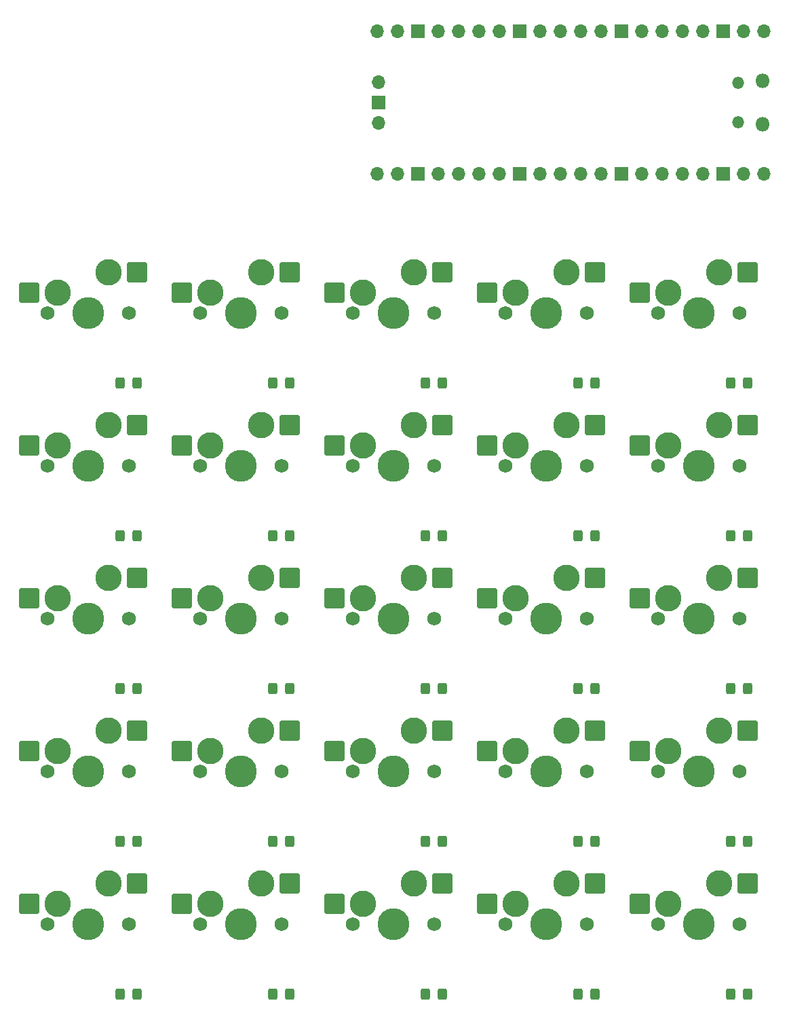
<source format=gbr>
%TF.GenerationSoftware,KiCad,Pcbnew,7.0.1*%
%TF.CreationDate,2023-04-16T00:18:29-05:00*%
%TF.ProjectId,5x5 Macro Pad,35783520-4d61-4637-926f-205061642e6b,rev?*%
%TF.SameCoordinates,Original*%
%TF.FileFunction,Soldermask,Bot*%
%TF.FilePolarity,Negative*%
%FSLAX46Y46*%
G04 Gerber Fmt 4.6, Leading zero omitted, Abs format (unit mm)*
G04 Created by KiCad (PCBNEW 7.0.1) date 2023-04-16 00:18:29*
%MOMM*%
%LPD*%
G01*
G04 APERTURE LIST*
G04 Aperture macros list*
%AMRoundRect*
0 Rectangle with rounded corners*
0 $1 Rounding radius*
0 $2 $3 $4 $5 $6 $7 $8 $9 X,Y pos of 4 corners*
0 Add a 4 corners polygon primitive as box body*
4,1,4,$2,$3,$4,$5,$6,$7,$8,$9,$2,$3,0*
0 Add four circle primitives for the rounded corners*
1,1,$1+$1,$2,$3*
1,1,$1+$1,$4,$5*
1,1,$1+$1,$6,$7*
1,1,$1+$1,$8,$9*
0 Add four rect primitives between the rounded corners*
20,1,$1+$1,$2,$3,$4,$5,0*
20,1,$1+$1,$4,$5,$6,$7,0*
20,1,$1+$1,$6,$7,$8,$9,0*
20,1,$1+$1,$8,$9,$2,$3,0*%
G04 Aperture macros list end*
%ADD10RoundRect,0.250000X-0.325000X-0.450000X0.325000X-0.450000X0.325000X0.450000X-0.325000X0.450000X0*%
%ADD11C,1.750000*%
%ADD12C,3.987800*%
%ADD13C,3.300000*%
%ADD14RoundRect,0.250000X1.025000X1.000000X-1.025000X1.000000X-1.025000X-1.000000X1.025000X-1.000000X0*%
%ADD15O,1.700000X1.700000*%
%ADD16R,1.700000X1.700000*%
%ADD17O,1.800000X1.800000*%
%ADD18O,1.500000X1.500000*%
G04 APERTURE END LIST*
D10*
%TO.C,D25*%
X161202500Y-170592750D03*
X163252500Y-170592750D03*
%TD*%
%TO.C,D24*%
X142152500Y-170592750D03*
X144202500Y-170592750D03*
%TD*%
%TO.C,D23*%
X123102500Y-170592750D03*
X125152500Y-170592750D03*
%TD*%
%TO.C,D22*%
X104052500Y-170592750D03*
X106102500Y-170592750D03*
%TD*%
%TO.C,D21*%
X85002500Y-170592750D03*
X87052500Y-170592750D03*
%TD*%
%TO.C,D20*%
X161202500Y-151542750D03*
X163252500Y-151542750D03*
%TD*%
%TO.C,D19*%
X142152500Y-151542750D03*
X144202500Y-151542750D03*
%TD*%
%TO.C,D18*%
X123102500Y-151542750D03*
X125152500Y-151542750D03*
%TD*%
%TO.C,D17*%
X104052500Y-151542750D03*
X106102500Y-151542750D03*
%TD*%
%TO.C,D16*%
X85002500Y-151542750D03*
X87052500Y-151542750D03*
%TD*%
%TO.C,D15*%
X161202500Y-132492750D03*
X163252500Y-132492750D03*
%TD*%
%TO.C,D14*%
X142152500Y-132492750D03*
X144202500Y-132492750D03*
%TD*%
%TO.C,D13*%
X123102500Y-132492750D03*
X125152500Y-132492750D03*
%TD*%
%TO.C,D12*%
X106102500Y-132492750D03*
X104052500Y-132492750D03*
%TD*%
%TO.C,D11*%
X85002500Y-132492750D03*
X87052500Y-132492750D03*
%TD*%
%TO.C,D10*%
X161202500Y-113442750D03*
X163252500Y-113442750D03*
%TD*%
%TO.C,D9*%
X142152500Y-113442750D03*
X144202500Y-113442750D03*
%TD*%
%TO.C,D8*%
X123102500Y-113442750D03*
X125152500Y-113442750D03*
%TD*%
%TO.C,D7*%
X104052500Y-113442750D03*
X106102500Y-113442750D03*
%TD*%
%TO.C,D6*%
X85002500Y-113442750D03*
X87052500Y-113442750D03*
%TD*%
%TO.C,D5*%
X161202500Y-94392750D03*
X163252500Y-94392750D03*
%TD*%
%TO.C,D4*%
X144202500Y-94392750D03*
X142152500Y-94392750D03*
%TD*%
%TO.C,D3*%
X123102500Y-94392750D03*
X125152500Y-94392750D03*
%TD*%
%TO.C,D2*%
X104052500Y-94392750D03*
X106102500Y-94392750D03*
%TD*%
%TO.C,D1*%
X87052500Y-94392750D03*
X85002500Y-94392750D03*
%TD*%
D11*
%TO.C,MX25*%
X162242500Y-161925000D03*
D12*
X157162500Y-161925000D03*
D11*
X152082500Y-161925000D03*
D13*
X153352500Y-159385000D03*
D14*
X149802500Y-159385000D03*
X163252500Y-156845000D03*
D13*
X159702500Y-156845000D03*
%TD*%
D11*
%TO.C,MX24*%
X143192500Y-161925000D03*
D12*
X138112500Y-161925000D03*
D11*
X133032500Y-161925000D03*
D13*
X134302500Y-159385000D03*
D14*
X130752500Y-159385000D03*
X144202500Y-156845000D03*
D13*
X140652500Y-156845000D03*
%TD*%
D11*
%TO.C,MX23*%
X124142500Y-161925000D03*
D12*
X119062500Y-161925000D03*
D11*
X113982500Y-161925000D03*
D13*
X115252500Y-159385000D03*
D14*
X111702500Y-159385000D03*
X125152500Y-156845000D03*
D13*
X121602500Y-156845000D03*
%TD*%
D11*
%TO.C,MX22*%
X105092500Y-161925000D03*
D12*
X100012500Y-161925000D03*
D11*
X94932500Y-161925000D03*
D13*
X96202500Y-159385000D03*
D14*
X92652500Y-159385000D03*
X106102500Y-156845000D03*
D13*
X102552500Y-156845000D03*
%TD*%
D11*
%TO.C,MX21*%
X86042500Y-161925000D03*
D12*
X80962500Y-161925000D03*
D11*
X75882500Y-161925000D03*
D13*
X77152500Y-159385000D03*
D14*
X73602500Y-159385000D03*
X87052500Y-156845000D03*
D13*
X83502500Y-156845000D03*
%TD*%
D11*
%TO.C,MX20*%
X162242500Y-142875000D03*
D12*
X157162500Y-142875000D03*
D11*
X152082500Y-142875000D03*
D13*
X153352500Y-140335000D03*
D14*
X149802500Y-140335000D03*
X163252500Y-137795000D03*
D13*
X159702500Y-137795000D03*
%TD*%
D11*
%TO.C,MX19*%
X143192500Y-142875000D03*
D12*
X138112500Y-142875000D03*
D11*
X133032500Y-142875000D03*
D13*
X134302500Y-140335000D03*
D14*
X130752500Y-140335000D03*
X144202500Y-137795000D03*
D13*
X140652500Y-137795000D03*
%TD*%
D11*
%TO.C,MX18*%
X124142500Y-142875000D03*
D12*
X119062500Y-142875000D03*
D11*
X113982500Y-142875000D03*
D13*
X115252500Y-140335000D03*
D14*
X111702500Y-140335000D03*
X125152500Y-137795000D03*
D13*
X121602500Y-137795000D03*
%TD*%
D11*
%TO.C,MX17*%
X105092500Y-142875000D03*
D12*
X100012500Y-142875000D03*
D11*
X94932500Y-142875000D03*
D13*
X96202500Y-140335000D03*
D14*
X92652500Y-140335000D03*
X106102500Y-137795000D03*
D13*
X102552500Y-137795000D03*
%TD*%
D11*
%TO.C,MX16*%
X86042500Y-142875000D03*
D12*
X80962500Y-142875000D03*
D11*
X75882500Y-142875000D03*
D13*
X77152500Y-140335000D03*
D14*
X73602500Y-140335000D03*
X87052500Y-137795000D03*
D13*
X83502500Y-137795000D03*
%TD*%
D11*
%TO.C,MX15*%
X162242500Y-123825000D03*
D12*
X157162500Y-123825000D03*
D11*
X152082500Y-123825000D03*
D13*
X153352500Y-121285000D03*
D14*
X149802500Y-121285000D03*
X163252500Y-118745000D03*
D13*
X159702500Y-118745000D03*
%TD*%
D11*
%TO.C,MX14*%
X143192500Y-123825000D03*
D12*
X138112500Y-123825000D03*
D11*
X133032500Y-123825000D03*
D13*
X134302500Y-121285000D03*
D14*
X130752500Y-121285000D03*
X144202500Y-118745000D03*
D13*
X140652500Y-118745000D03*
%TD*%
D11*
%TO.C,MX13*%
X124142500Y-123825000D03*
D12*
X119062500Y-123825000D03*
D11*
X113982500Y-123825000D03*
D13*
X115252500Y-121285000D03*
D14*
X111702500Y-121285000D03*
X125152500Y-118745000D03*
D13*
X121602500Y-118745000D03*
%TD*%
D11*
%TO.C,MX12*%
X105092500Y-123825000D03*
D12*
X100012500Y-123825000D03*
D11*
X94932500Y-123825000D03*
D13*
X96202500Y-121285000D03*
D14*
X92652500Y-121285000D03*
X106102500Y-118745000D03*
D13*
X102552500Y-118745000D03*
%TD*%
D11*
%TO.C,MX11*%
X86042500Y-123825000D03*
D12*
X80962500Y-123825000D03*
D11*
X75882500Y-123825000D03*
D13*
X77152500Y-121285000D03*
D14*
X73602500Y-121285000D03*
X87052500Y-118745000D03*
D13*
X83502500Y-118745000D03*
%TD*%
D11*
%TO.C,MX10*%
X162242500Y-104775000D03*
D12*
X157162500Y-104775000D03*
D11*
X152082500Y-104775000D03*
D13*
X153352500Y-102235000D03*
D14*
X149802500Y-102235000D03*
X163252500Y-99695000D03*
D13*
X159702500Y-99695000D03*
%TD*%
D11*
%TO.C,MX9*%
X143192500Y-104775000D03*
D12*
X138112500Y-104775000D03*
D11*
X133032500Y-104775000D03*
D13*
X134302500Y-102235000D03*
D14*
X130752500Y-102235000D03*
X144202500Y-99695000D03*
D13*
X140652500Y-99695000D03*
%TD*%
D11*
%TO.C,MX8*%
X124142500Y-104775000D03*
D12*
X119062500Y-104775000D03*
D11*
X113982500Y-104775000D03*
D13*
X115252500Y-102235000D03*
D14*
X111702500Y-102235000D03*
X125152500Y-99695000D03*
D13*
X121602500Y-99695000D03*
%TD*%
D11*
%TO.C,MX7*%
X105092500Y-104775000D03*
D12*
X100012500Y-104775000D03*
D11*
X94932500Y-104775000D03*
D13*
X96202500Y-102235000D03*
D14*
X92652500Y-102235000D03*
X106102500Y-99695000D03*
D13*
X102552500Y-99695000D03*
%TD*%
D11*
%TO.C,MX6*%
X86042500Y-104775000D03*
D12*
X80962500Y-104775000D03*
D11*
X75882500Y-104775000D03*
D13*
X77152500Y-102235000D03*
D14*
X73602500Y-102235000D03*
X87052500Y-99695000D03*
D13*
X83502500Y-99695000D03*
%TD*%
D11*
%TO.C,MX5*%
X162242500Y-85725000D03*
D12*
X157162500Y-85725000D03*
D11*
X152082500Y-85725000D03*
D13*
X153352500Y-83185000D03*
D14*
X149802500Y-83185000D03*
X163252500Y-80645000D03*
D13*
X159702500Y-80645000D03*
%TD*%
D11*
%TO.C,MX4*%
X143192500Y-85725000D03*
D12*
X138112500Y-85725000D03*
D11*
X133032500Y-85725000D03*
D13*
X134302500Y-83185000D03*
D14*
X130752500Y-83185000D03*
X144202500Y-80645000D03*
D13*
X140652500Y-80645000D03*
%TD*%
D11*
%TO.C,MX3*%
X124142500Y-85725000D03*
D12*
X119062500Y-85725000D03*
D11*
X113982500Y-85725000D03*
D13*
X115252500Y-83185000D03*
D14*
X111702500Y-83185000D03*
X125152500Y-80645000D03*
D13*
X121602500Y-80645000D03*
%TD*%
D11*
%TO.C,MX2*%
X105092500Y-85725000D03*
D12*
X100012500Y-85725000D03*
D11*
X94932500Y-85725000D03*
D13*
X96202500Y-83185000D03*
D14*
X92652500Y-83185000D03*
X106102500Y-80645000D03*
D13*
X102552500Y-80645000D03*
%TD*%
D11*
%TO.C,MX1*%
X86042500Y-85725000D03*
D12*
X80962500Y-85725000D03*
D11*
X75882500Y-85725000D03*
D13*
X77152500Y-83185000D03*
D14*
X73602500Y-83185000D03*
X87052500Y-80645000D03*
D13*
X83502500Y-80645000D03*
%TD*%
D15*
%TO.C,U1*%
X117254500Y-61976000D03*
D16*
X117254500Y-59436000D03*
D15*
X117254500Y-56896000D03*
X165284500Y-68326000D03*
X162744500Y-68326000D03*
D16*
X160204500Y-68326000D03*
D15*
X157664500Y-68326000D03*
X155124500Y-68326000D03*
X152584500Y-68326000D03*
X150044500Y-68326000D03*
D16*
X147504500Y-68326000D03*
D15*
X144964500Y-68326000D03*
X142424500Y-68326000D03*
X139884500Y-68326000D03*
X137344500Y-68326000D03*
D16*
X134804500Y-68326000D03*
D15*
X132264500Y-68326000D03*
X129724500Y-68326000D03*
X127184500Y-68326000D03*
X124644500Y-68326000D03*
D16*
X122104500Y-68326000D03*
D15*
X119564500Y-68326000D03*
X117024500Y-68326000D03*
X117024500Y-50546000D03*
X119564500Y-50546000D03*
D16*
X122104500Y-50546000D03*
D15*
X124644500Y-50546000D03*
X127184500Y-50546000D03*
X129724500Y-50546000D03*
X132264500Y-50546000D03*
D16*
X134804500Y-50546000D03*
D15*
X137344500Y-50546000D03*
X139884500Y-50546000D03*
X142424500Y-50546000D03*
X144964500Y-50546000D03*
D16*
X147504500Y-50546000D03*
D15*
X150044500Y-50546000D03*
X152584500Y-50546000D03*
X155124500Y-50546000D03*
X157664500Y-50546000D03*
D16*
X160204500Y-50546000D03*
D15*
X162744500Y-50546000D03*
X165284500Y-50546000D03*
D17*
X165154500Y-62161000D03*
D18*
X162124500Y-61861000D03*
X162124500Y-57011000D03*
D17*
X165154500Y-56711000D03*
%TD*%
M02*

</source>
